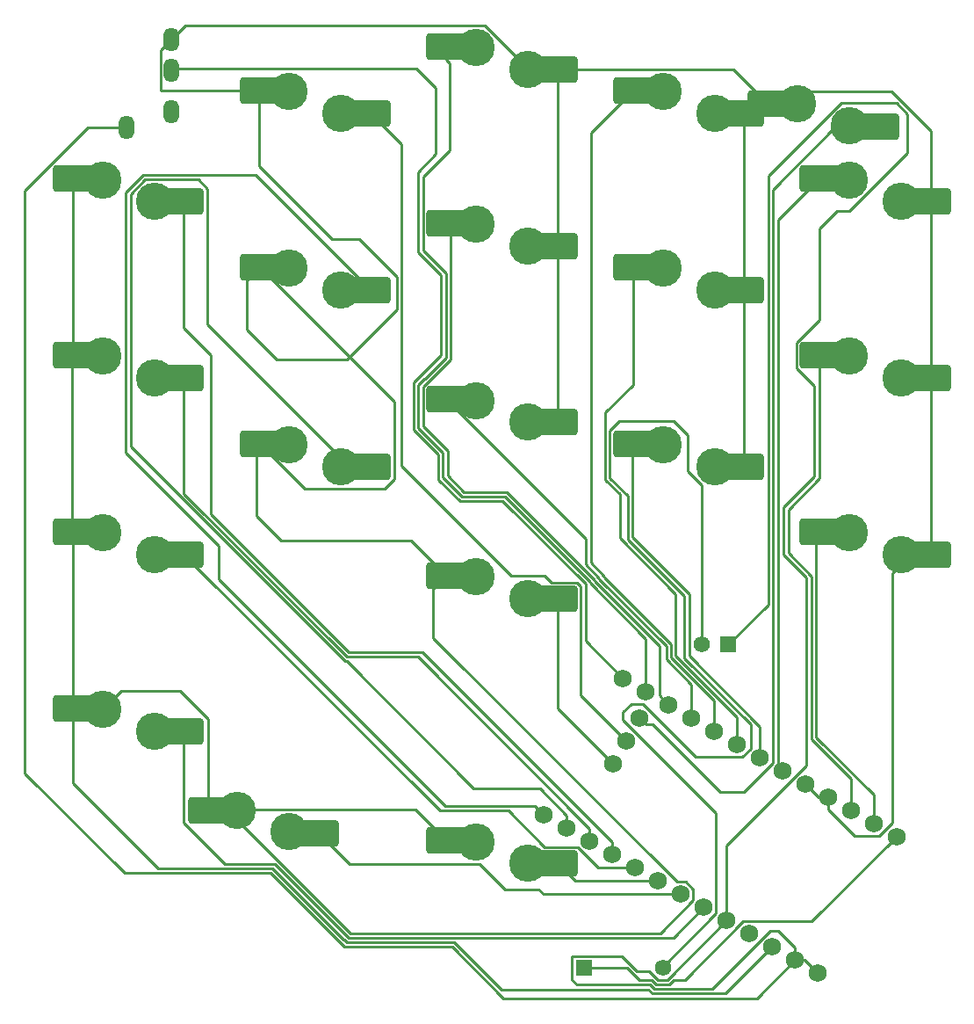
<source format=gbr>
%TF.GenerationSoftware,KiCad,Pcbnew,7.0.9-7.0.9~ubuntu22.04.1*%
%TF.CreationDate,2025-04-09T21:42:00+03:00*%
%TF.ProjectId,Keeb,4b656562-2e6b-4696-9361-645f70636258,rev?*%
%TF.SameCoordinates,Original*%
%TF.FileFunction,Copper,L2,Bot*%
%TF.FilePolarity,Positive*%
%FSLAX46Y46*%
G04 Gerber Fmt 4.6, Leading zero omitted, Abs format (unit mm)*
G04 Created by KiCad (PCBNEW 7.0.9-7.0.9~ubuntu22.04.1) date 2025-04-09 21:42:00*
%MOMM*%
%LPD*%
G01*
G04 APERTURE LIST*
G04 Aperture macros list*
%AMRoundRect*
0 Rectangle with rounded corners*
0 $1 Rounding radius*
0 $2 $3 $4 $5 $6 $7 $8 $9 X,Y pos of 4 corners*
0 Add a 4 corners polygon primitive as box body*
4,1,4,$2,$3,$4,$5,$6,$7,$8,$9,$2,$3,0*
0 Add four circle primitives for the rounded corners*
1,1,$1+$1,$2,$3*
1,1,$1+$1,$4,$5*
1,1,$1+$1,$6,$7*
1,1,$1+$1,$8,$9*
0 Add four rect primitives between the rounded corners*
20,1,$1+$1,$2,$3,$4,$5,0*
20,1,$1+$1,$4,$5,$6,$7,0*
20,1,$1+$1,$6,$7,$8,$9,0*
20,1,$1+$1,$8,$9,$2,$3,0*%
G04 Aperture macros list end*
%TA.AperFunction,ComponentPad*%
%ADD10C,1.752600*%
%TD*%
%TA.AperFunction,SMDPad,CuDef*%
%ADD11RoundRect,0.250000X-1.675000X-1.000000X1.675000X-1.000000X1.675000X1.000000X-1.675000X1.000000X0*%
%TD*%
%TA.AperFunction,ComponentPad*%
%ADD12C,3.600000*%
%TD*%
%TA.AperFunction,SMDPad,CuDef*%
%ADD13RoundRect,0.250000X1.675000X1.000000X-1.675000X1.000000X-1.675000X-1.000000X1.675000X-1.000000X0*%
%TD*%
%TA.AperFunction,ComponentPad*%
%ADD14O,1.500000X2.300000*%
%TD*%
%TA.AperFunction,ComponentPad*%
%ADD15R,1.580000X1.580000*%
%TD*%
%TA.AperFunction,ComponentPad*%
%ADD16C,1.580000*%
%TD*%
%TA.AperFunction,ComponentPad*%
%ADD17R,1.575000X1.575000*%
%TD*%
%TA.AperFunction,ComponentPad*%
%ADD18C,1.575000*%
%TD*%
%TA.AperFunction,Conductor*%
%ADD19C,0.250000*%
%TD*%
G04 APERTURE END LIST*
D10*
%TO.P,U3,1,TX0/P0.06*%
%TO.N,1*%
X188598375Y-112388830D03*
%TO.P,U3,2,RX1/P0.08*%
%TO.N,2*%
X186398670Y-111118830D03*
%TO.P,U3,3,GND*%
%TO.N,GND*%
X184198966Y-109848830D03*
%TO.P,U3,4,GND*%
X181999261Y-108578830D03*
%TO.P,U3,5,P0.17*%
%TO.N,3*%
X179799557Y-107308830D03*
%TO.P,U3,6,P0.20*%
%TO.N,4*%
X177599852Y-106038830D03*
%TO.P,U3,7,P0.22*%
%TO.N,5*%
X175400148Y-104768830D03*
%TO.P,U3,8,P0.24*%
%TO.N,6*%
X173200443Y-103498830D03*
%TO.P,U3,9,P1.00*%
%TO.N,7*%
X171000739Y-102228830D03*
%TO.P,U3,10,P0.11*%
%TO.N,8*%
X168801034Y-100958830D03*
%TO.P,U3,11,P1.04*%
%TO.N,9*%
X166601330Y-99688830D03*
%TO.P,U3,12,P1.06*%
%TO.N,10*%
X164401625Y-98418830D03*
%TO.P,U3,13,NFC1/P0.09*%
%TO.N,14*%
X156781625Y-111617058D03*
%TO.P,U3,14,NFC2/P0.10*%
%TO.N,15*%
X158981330Y-112887058D03*
%TO.P,U3,15,P1.11*%
%TO.N,16*%
X161181034Y-114157058D03*
%TO.P,U3,16,P1.13*%
%TO.N,17*%
X163380739Y-115427058D03*
%TO.P,U3,17,P1.15*%
%TO.N,18*%
X165580443Y-116697058D03*
%TO.P,U3,18,AIN0/P0.02*%
%TO.N,19*%
X167780148Y-117967058D03*
%TO.P,U3,19,AIN5/P0.29*%
%TO.N,20*%
X169979852Y-119237058D03*
%TO.P,U3,20,AIN7/P0.31*%
%TO.N,21*%
X172179557Y-120507058D03*
%TO.P,U3,21,VCC*%
%TO.N,3v3*%
X174379261Y-121777058D03*
%TO.P,U3,22,RST*%
%TO.N,RST*%
X176578966Y-123047058D03*
%TO.P,U3,23,GND*%
%TO.N,GND*%
X178778670Y-124317058D03*
%TO.P,U3,24,BATIN/P0.04*%
%TO.N,3v3*%
X180978375Y-125587058D03*
%TO.P,U3,25,B+*%
X183178079Y-126857058D03*
%TO.P,U3,26,B-*%
%TO.N,B-*%
X190798079Y-113658830D03*
%TO.P,U3,31,P1.01*%
%TO.N,11*%
X165991241Y-102269535D03*
%TO.P,U3,32,P1.02*%
%TO.N,12*%
X164721241Y-104469239D03*
%TO.P,U3,33,P1.07*%
%TO.N,13*%
X163451241Y-106668944D03*
%TD*%
D11*
%TO.P,SW3,1*%
%TO.N,3*%
X183375000Y-50317944D03*
D12*
X186225000Y-50417944D03*
%TO.P,SW3,2*%
%TO.N,GND*%
X191225000Y-52517944D03*
D11*
X194075000Y-52517944D03*
%TD*%
%TO.P,SW4,1*%
%TO.N,2*%
X183375000Y-67317944D03*
D12*
X186225000Y-67417944D03*
%TO.P,SW4,2*%
%TO.N,GND*%
X191225000Y-69517944D03*
D11*
X194075000Y-69517944D03*
%TD*%
%TO.P,SW5,1*%
%TO.N,1*%
X183375000Y-84317944D03*
D12*
X186225000Y-84417944D03*
%TO.P,SW5,2*%
%TO.N,GND*%
X191225000Y-86517944D03*
D11*
X194075000Y-86517944D03*
%TD*%
%TO.P,SW6,1*%
%TO.N,6*%
X165375000Y-41817944D03*
D12*
X168225000Y-41917944D03*
%TO.P,SW6,2*%
%TO.N,GND*%
X173225000Y-44017944D03*
D11*
X176075000Y-44017944D03*
%TD*%
%TO.P,SW7,1*%
%TO.N,5*%
X165375000Y-58817944D03*
D12*
X168225000Y-58917944D03*
%TO.P,SW7,2*%
%TO.N,GND*%
X173225000Y-61017944D03*
D11*
X176075000Y-61017944D03*
%TD*%
%TO.P,SW8,1*%
%TO.N,4*%
X165375000Y-75817944D03*
D12*
X168225000Y-75917944D03*
%TO.P,SW8,2*%
%TO.N,GND*%
X173225000Y-78017944D03*
D11*
X176075000Y-78017944D03*
%TD*%
%TO.P,SW9,1*%
%TO.N,9*%
X147375000Y-37567944D03*
D12*
X150225000Y-37667944D03*
%TO.P,SW9,2*%
%TO.N,GND*%
X155225000Y-39767944D03*
D11*
X158075000Y-39767944D03*
%TD*%
%TO.P,SW10,1*%
%TO.N,8*%
X147375000Y-54567944D03*
D12*
X150225000Y-54667944D03*
%TO.P,SW10,2*%
%TO.N,GND*%
X155225000Y-56767944D03*
D11*
X158075000Y-56767944D03*
%TD*%
%TO.P,SW11,1*%
%TO.N,7*%
X147375000Y-71567944D03*
D12*
X150225000Y-71667944D03*
%TO.P,SW11,2*%
%TO.N,GND*%
X155225000Y-73767944D03*
D11*
X158075000Y-73767944D03*
%TD*%
%TO.P,SW13,1*%
%TO.N,GND*%
X129375000Y-41817944D03*
D12*
X132225000Y-41917944D03*
%TO.P,SW13,2*%
%TO.N,12*%
X137225000Y-44017944D03*
D11*
X140075000Y-44017944D03*
%TD*%
%TO.P,SW14,1*%
%TO.N,GND*%
X129375000Y-58817944D03*
D12*
X132225000Y-58917944D03*
%TO.P,SW14,2*%
%TO.N,14*%
X137225000Y-61017944D03*
D11*
X140075000Y-61017944D03*
%TD*%
%TO.P,SW15,1*%
%TO.N,GND*%
X129375000Y-75817944D03*
D12*
X132225000Y-75917944D03*
%TO.P,SW15,2*%
%TO.N,15*%
X137225000Y-78017944D03*
D11*
X140075000Y-78017944D03*
%TD*%
D13*
%TO.P,SW16,1*%
%TO.N,20*%
X135075000Y-113317944D03*
D12*
X132225000Y-113217944D03*
%TO.P,SW16,2*%
%TO.N,GND*%
X127225000Y-111117944D03*
D13*
X124375000Y-111117944D03*
%TD*%
D11*
%TO.P,SW17,1*%
%TO.N,GND*%
X111375000Y-50317944D03*
D12*
X114225000Y-50417944D03*
%TO.P,SW17,2*%
%TO.N,17*%
X119225000Y-52517944D03*
D11*
X122075000Y-52517944D03*
%TD*%
%TO.P,SW18,1*%
%TO.N,GND*%
X111375000Y-67317944D03*
D12*
X114225000Y-67417944D03*
%TO.P,SW18,2*%
%TO.N,16*%
X119225000Y-69517944D03*
D11*
X122075000Y-69517944D03*
%TD*%
%TO.P,SW19,1*%
%TO.N,GND*%
X111375000Y-84317944D03*
D12*
X114225000Y-84417944D03*
%TO.P,SW19,2*%
%TO.N,18*%
X119225000Y-86517944D03*
D11*
X122075000Y-86517944D03*
%TD*%
%TO.P,SW20,1*%
%TO.N,GND*%
X111375000Y-101317944D03*
D12*
X114225000Y-101417944D03*
%TO.P,SW20,2*%
%TO.N,21*%
X119225000Y-103517944D03*
D11*
X122075000Y-103517944D03*
%TD*%
D13*
%TO.P,SW2,1*%
%TO.N,11*%
X189075000Y-45317944D03*
D12*
X186225000Y-45217944D03*
%TO.P,SW2,2*%
%TO.N,GND*%
X181225000Y-43117944D03*
D13*
X178375000Y-43117944D03*
%TD*%
D11*
%TO.P,SW1,1*%
%TO.N,GND*%
X147375000Y-114067944D03*
D12*
X150225000Y-114167944D03*
%TO.P,SW1,2*%
%TO.N,19*%
X155225000Y-116267944D03*
D11*
X158075000Y-116267944D03*
%TD*%
D14*
%TO.P,J3,1,A*%
%TO.N,3v3*%
X116575000Y-45367944D03*
%TO.P,J3,2,B*%
%TO.N,GND*%
X120875000Y-36867944D03*
%TO.P,J3,3,C*%
%TO.N,10*%
X120875000Y-39867944D03*
%TO.P,J3,4,D*%
%TO.N,unconnected-(J3-D-Pad4)*%
X120875000Y-43867944D03*
%TD*%
D11*
%TO.P,SW12,1*%
%TO.N,GND*%
X147375000Y-88567944D03*
D12*
X150225000Y-88667944D03*
%TO.P,SW12,2*%
%TO.N,13*%
X155225000Y-90767944D03*
D11*
X158075000Y-90767944D03*
%TD*%
D15*
%TO.P,S1,1A*%
%TO.N,B-*%
X160615000Y-126337944D03*
D16*
%TO.P,S1,1B*%
%TO.N,Net-(J2-Pad2)*%
X168235000Y-126337944D03*
%TD*%
D17*
%TO.P,J2,1,1*%
%TO.N,3v3*%
X174525000Y-95167944D03*
D18*
%TO.P,J2,2,2*%
%TO.N,Net-(J2-Pad2)*%
X172025000Y-95167944D03*
%TD*%
D19*
%TO.N,Net-(J2-Pad2)*%
X176705000Y-102844340D02*
X176705000Y-105234787D01*
X170325000Y-96464340D02*
X176705000Y-102844340D01*
X164875000Y-85047054D02*
X170325000Y-90497054D01*
X163125000Y-74572844D02*
X163125000Y-79117944D01*
X164875000Y-80867944D02*
X164875000Y-85047054D01*
X168235000Y-126207944D02*
X168235000Y-126337944D01*
X164059900Y-73637944D02*
X163125000Y-74572844D01*
X169295000Y-73637944D02*
X164059900Y-73637944D01*
X163125000Y-79117944D02*
X164875000Y-80867944D01*
X170645000Y-78443148D02*
X170645000Y-74987944D01*
X167192541Y-101771940D02*
X166298545Y-100877944D01*
X170645000Y-74987944D02*
X169295000Y-73637944D01*
X165205000Y-100877944D02*
X164375000Y-101707944D01*
X164375000Y-101707944D02*
X164375000Y-102415066D01*
X172025000Y-79823148D02*
X170645000Y-78443148D01*
X164375000Y-102415066D02*
X173380857Y-111420923D01*
X170325000Y-90497054D02*
X170325000Y-96464340D01*
X172025000Y-95167944D02*
X172025000Y-79823148D01*
X176705000Y-105234787D02*
X175921843Y-106017944D01*
X175921843Y-106017944D02*
X171415000Y-106017944D01*
X171415000Y-106017944D02*
X167192541Y-101795485D01*
X167192541Y-101795485D02*
X167192541Y-101771940D01*
X166298545Y-100877944D02*
X165205000Y-100877944D01*
X173380857Y-111420923D02*
X173380857Y-121062087D01*
X173380857Y-121062087D02*
X168235000Y-126207944D01*
%TO.N,13*%
X163451241Y-106668944D02*
X158075000Y-101292703D01*
X158075000Y-101292703D02*
X158075000Y-90767944D01*
%TO.N,12*%
X164721241Y-104469239D02*
X160325000Y-100072998D01*
X160325000Y-100072998D02*
X160325000Y-89522844D01*
X159995100Y-89192944D02*
X157473604Y-89192944D01*
X143045000Y-46987944D02*
X140075000Y-44017944D01*
X160325000Y-89522844D02*
X159995100Y-89192944D01*
X157473604Y-89192944D02*
X156848604Y-88567944D01*
X156848604Y-88567944D02*
X153635000Y-88567944D01*
X153635000Y-88567944D02*
X143045000Y-77977944D01*
X143045000Y-77977944D02*
X143045000Y-46987944D01*
%TO.N,11*%
X189075000Y-45317944D02*
X184879900Y-45317944D01*
X166619650Y-102897944D02*
X165991241Y-102269535D01*
X184879900Y-45317944D02*
X178835000Y-51362844D01*
X178835000Y-51362844D02*
X178835000Y-106574492D01*
X178835000Y-106574492D02*
X176031548Y-109377944D01*
X176031548Y-109377944D02*
X173750443Y-109377944D01*
X173750443Y-109377944D02*
X167270443Y-102897944D01*
X167270443Y-102897944D02*
X166619650Y-102897944D01*
%TO.N,9*%
X161225000Y-89150052D02*
X161225000Y-89247132D01*
X144675000Y-70136448D02*
X144675000Y-74304340D01*
X152992892Y-80917944D02*
X161225000Y-89150052D01*
X145268504Y-69542944D02*
X144675000Y-70136448D01*
X145125000Y-50117944D02*
X145125000Y-57231548D01*
X144675000Y-74304340D02*
X147055000Y-76684340D01*
X147715000Y-47527944D02*
X145125000Y-50117944D01*
X147715000Y-39157944D02*
X147715000Y-47527944D01*
X147055000Y-76684340D02*
X147055000Y-79104340D01*
X145286396Y-69542944D02*
X145268504Y-69542944D01*
X147315000Y-59421548D02*
X147315000Y-67514340D01*
X145125000Y-57231548D02*
X147315000Y-59421548D01*
X147055000Y-79104340D02*
X148868604Y-80917944D01*
X166601330Y-94623462D02*
X166601330Y-99688830D01*
X147315000Y-67514340D02*
X145286396Y-69542944D01*
X148868604Y-80917944D02*
X152992892Y-80917944D01*
X161225000Y-89247132D02*
X166601330Y-94623462D01*
X147375000Y-37567944D02*
X147375000Y-38817944D01*
X147375000Y-38817944D02*
X147715000Y-39157944D01*
%TO.N,10*%
X144605000Y-49667944D02*
X146355000Y-47917944D01*
X144605000Y-57347944D02*
X144605000Y-49667944D01*
X148682208Y-81367944D02*
X146605000Y-79290736D01*
X144225000Y-69950052D02*
X145082108Y-69092944D01*
X152806496Y-81367944D02*
X148682208Y-81367944D01*
X145100000Y-69092944D02*
X146865000Y-67327944D01*
X164401625Y-98418830D02*
X160775000Y-94792205D01*
X146355000Y-47917944D02*
X146355000Y-41587944D01*
X121045000Y-39697944D02*
X120875000Y-39867944D01*
X146605000Y-79290736D02*
X146605000Y-76870736D01*
X144465000Y-39697944D02*
X121045000Y-39697944D01*
X146605000Y-76870736D02*
X144225000Y-74490736D01*
X146865000Y-59607944D02*
X144605000Y-57347944D01*
X145082108Y-69092944D02*
X145100000Y-69092944D01*
X146355000Y-41587944D02*
X144465000Y-39697944D01*
X160775000Y-89336448D02*
X152806496Y-81367944D01*
X146865000Y-67327944D02*
X146865000Y-59607944D01*
X160775000Y-94792205D02*
X160775000Y-89336448D01*
X144225000Y-74490736D02*
X144225000Y-69950052D01*
%TO.N,16*%
X161181034Y-112917783D02*
X144606195Y-96342944D01*
X122075000Y-80654340D02*
X122075000Y-69517944D01*
X161181034Y-114157058D02*
X161181034Y-112917783D01*
X137763604Y-96342944D02*
X122075000Y-80654340D01*
X144606195Y-96342944D02*
X137763604Y-96342944D01*
%TO.N,17*%
X124705000Y-82647944D02*
X137950000Y-95892944D01*
X163380739Y-114187783D02*
X163380739Y-115427058D01*
X137950000Y-95892944D02*
X145085900Y-95892944D01*
X122075000Y-52517944D02*
X122075000Y-64657944D01*
X145085900Y-95892944D02*
X163380739Y-114187783D01*
X122075000Y-64657944D02*
X124705000Y-67287944D01*
X124705000Y-67287944D02*
X124705000Y-82647944D01*
%TO.N,18*%
X122075000Y-86517944D02*
X146747814Y-111190758D01*
X162022139Y-116697058D02*
X165580443Y-116697058D01*
X156833604Y-114692944D02*
X160018025Y-114692944D01*
X153331418Y-111190758D02*
X156833604Y-114692944D01*
X160018025Y-114692944D02*
X162022139Y-116697058D01*
X146747814Y-111190758D02*
X153331418Y-111190758D01*
%TO.N,19*%
X159774114Y-117967058D02*
X167780148Y-117967058D01*
X158075000Y-116267944D02*
X159774114Y-117967058D01*
%TO.N,20*%
X150566219Y-116307944D02*
X138065000Y-116307944D01*
X156273833Y-118742944D02*
X153001219Y-118742944D01*
X156767947Y-119237058D02*
X156273833Y-118742944D01*
X153001219Y-118742944D02*
X150566219Y-116307944D01*
X138065000Y-116307944D02*
X135075000Y-113317944D01*
X169979852Y-119237058D02*
X156767947Y-119237058D01*
%TO.N,21*%
X130843604Y-116297944D02*
X137963604Y-123417944D01*
X122075000Y-103517944D02*
X122075000Y-112313044D01*
X126059900Y-116297944D02*
X130843604Y-116297944D01*
X137963604Y-123417944D02*
X169268671Y-123417944D01*
X122075000Y-112313044D02*
X126059900Y-116297944D01*
X169268671Y-123417944D02*
X172179557Y-120507058D01*
%TO.N,GND*%
X122200000Y-35542944D02*
X151105204Y-35542944D01*
X119853858Y-41817944D02*
X119800000Y-41764086D01*
X136335000Y-56117944D02*
X129295000Y-49077944D01*
X194075000Y-69517944D02*
X194075000Y-86517944D01*
X174292784Y-128802944D02*
X167213963Y-128802944D01*
X147375000Y-114067944D02*
X144400000Y-111092944D01*
X176075000Y-44017944D02*
X176075000Y-61017944D01*
X121670100Y-99617944D02*
X116025000Y-99617944D01*
X178375000Y-43117944D02*
X176975000Y-43117944D01*
X189078156Y-113607944D02*
X186718805Y-113607944D01*
X120875000Y-36867944D02*
X122200000Y-35542944D01*
X142595000Y-59777944D02*
X138935000Y-56117944D01*
X190348079Y-88319865D02*
X190348079Y-112338021D01*
X116025000Y-99617944D02*
X114225000Y-101417944D01*
X137777208Y-123867944D02*
X137502208Y-123592944D01*
X129375000Y-41817944D02*
X119853858Y-41817944D01*
X169582814Y-118035758D02*
X170477447Y-118035758D01*
X171181152Y-118739463D02*
X171181152Y-119806568D01*
X119800000Y-41764086D02*
X119800000Y-37942944D01*
X176075000Y-61017944D02*
X176075000Y-78017944D01*
X186718805Y-113607944D02*
X184198966Y-111088105D01*
X175025000Y-39767944D02*
X178375000Y-43117944D01*
X151105204Y-35542944D02*
X155330204Y-39767944D01*
X129375000Y-75817944D02*
X133700000Y-80142944D01*
X131453781Y-85147944D02*
X143955000Y-85147944D01*
X192150000Y-86517944D02*
X190348079Y-88319865D01*
X131023781Y-67717944D02*
X137785000Y-67717944D01*
X167213963Y-128802944D02*
X166818963Y-128407944D01*
X142595000Y-62907944D02*
X142595000Y-59777944D01*
X111375000Y-108569163D02*
X111375000Y-101317944D01*
X138935000Y-56117944D02*
X136335000Y-56117944D01*
X158075000Y-39767944D02*
X158075000Y-56767944D01*
X128125000Y-60067944D02*
X128125000Y-64819163D01*
X142325000Y-79263044D02*
X142325000Y-71767944D01*
X129375000Y-75817944D02*
X129105000Y-76087944D01*
X171181152Y-119806568D02*
X168019776Y-122967944D01*
X141445100Y-80142944D02*
X142325000Y-79263044D01*
X146125000Y-94577944D02*
X169582814Y-118035758D01*
X170477447Y-118035758D02*
X171181152Y-118739463D01*
X178375000Y-43117944D02*
X179625000Y-41867944D01*
X146125000Y-89817944D02*
X146125000Y-94577944D01*
X190348079Y-112338021D02*
X189078156Y-113607944D01*
X130581396Y-116747944D02*
X119553781Y-116747944D01*
X194075000Y-52517944D02*
X194075000Y-69517944D01*
X181999261Y-108578830D02*
X183269261Y-109848830D01*
X111325000Y-67367944D02*
X111325000Y-84267944D01*
X190261396Y-41867944D02*
X194075000Y-45681548D01*
X179625000Y-41867944D02*
X190261396Y-41867944D01*
X152682208Y-128407944D02*
X148142208Y-123867944D01*
X133700000Y-80142944D02*
X141445100Y-80142944D01*
X194075000Y-86517944D02*
X192150000Y-86517944D01*
X147375000Y-88567944D02*
X146125000Y-89817944D01*
X129295000Y-49077944D02*
X129295000Y-41897944D01*
X119800000Y-37942944D02*
X120875000Y-36867944D01*
X176975000Y-43117944D02*
X176075000Y-44017944D01*
X124375000Y-102322844D02*
X121670100Y-99617944D01*
X111375000Y-101317944D02*
X111375000Y-84317944D01*
X158075000Y-39767944D02*
X175025000Y-39767944D01*
X155330204Y-39767944D02*
X158075000Y-39767944D01*
X143955000Y-85147944D02*
X147375000Y-88567944D01*
X129105000Y-76087944D02*
X129105000Y-82799163D01*
X184198966Y-111088105D02*
X184198966Y-109848830D01*
X168019776Y-122967944D02*
X138150000Y-122967944D01*
X127250000Y-111092944D02*
X127225000Y-111117944D01*
X129295000Y-41897944D02*
X129375000Y-41817944D01*
X144400000Y-111092944D02*
X127250000Y-111092944D01*
X137426396Y-123592944D02*
X130581396Y-116747944D01*
X129105000Y-82799163D02*
X131453781Y-85147944D01*
X119553781Y-116747944D02*
X111375000Y-108569163D01*
X129375000Y-58817944D02*
X128125000Y-60067944D01*
X128125000Y-64819163D02*
X131023781Y-67717944D01*
X194075000Y-45681548D02*
X194075000Y-52517944D01*
X126300000Y-111117944D02*
X124375000Y-111117944D01*
X124375000Y-111117944D02*
X124375000Y-102322844D01*
X183269261Y-109848830D02*
X184198966Y-109848830D01*
X148142208Y-123867944D02*
X137777208Y-123867944D01*
X166818963Y-128407944D02*
X152682208Y-128407944D01*
X111375000Y-67317944D02*
X111325000Y-67367944D01*
X158075000Y-73767944D02*
X158075000Y-56767944D01*
X111325000Y-84267944D02*
X111375000Y-84317944D01*
X137502208Y-123592944D02*
X137426396Y-123592944D01*
X142325000Y-71767944D02*
X129375000Y-58817944D01*
X111375000Y-50317944D02*
X111375000Y-67317944D01*
X137785000Y-67717944D02*
X142595000Y-62907944D01*
X138150000Y-122967944D02*
X126300000Y-111117944D01*
X178778670Y-124317058D02*
X174292784Y-128802944D01*
%TO.N,3v3*%
X190775000Y-43017944D02*
X185419796Y-43017944D01*
X181908079Y-125587058D02*
X180978375Y-125587058D01*
X168696849Y-127452944D02*
X174372735Y-121777058D01*
X179885000Y-82106042D02*
X179885000Y-81981548D01*
X165772208Y-127957944D02*
X165732208Y-127917944D01*
X179885000Y-81981548D02*
X182850000Y-79016548D01*
X183178079Y-126857058D02*
X181908079Y-125587058D01*
X166948151Y-126627944D02*
X167773151Y-127452944D01*
X174379261Y-114499935D02*
X182050000Y-106829196D01*
X159500000Y-127452944D02*
X159500000Y-125222944D01*
X191835000Y-44077944D02*
X190775000Y-43017944D01*
X185023781Y-53417944D02*
X186230204Y-53417944D01*
X180978375Y-124347783D02*
X179383270Y-122752678D01*
X167400359Y-128352944D02*
X167005359Y-127957944D01*
X182050000Y-106829196D02*
X182050000Y-88729340D01*
X182850000Y-70288044D02*
X181125000Y-68563044D01*
X178572241Y-122752678D02*
X172971975Y-128352944D01*
X165732208Y-127917944D02*
X159965000Y-127917944D01*
X174379261Y-121777058D02*
X174379261Y-114499935D01*
X174372735Y-121777058D02*
X174379261Y-121777058D01*
X181125000Y-66072844D02*
X183325000Y-63872844D01*
X152890812Y-129252944D02*
X177312489Y-129252944D01*
X116575000Y-45367944D02*
X112829900Y-45367944D01*
X182850000Y-79016548D02*
X182850000Y-70288044D01*
X112829900Y-45367944D02*
X106705000Y-51492844D01*
X179870951Y-86550291D02*
X179870951Y-82120091D01*
X186230204Y-53417944D02*
X191835000Y-47813148D01*
X130395000Y-117197944D02*
X137515000Y-124317944D01*
X183325000Y-55116725D02*
X185023781Y-53417944D01*
X183325000Y-63872844D02*
X183325000Y-55116725D01*
X167773151Y-127452944D02*
X168696849Y-127452944D01*
X177312489Y-129252944D02*
X180978375Y-125587058D01*
X181125000Y-68563044D02*
X181125000Y-66072844D01*
X159965000Y-127917944D02*
X159500000Y-127452944D01*
X172971975Y-128352944D02*
X167400359Y-128352944D01*
X185419796Y-43017944D02*
X178385000Y-50052740D01*
X165715000Y-126627944D02*
X166948151Y-126627944D01*
X178385000Y-91307944D02*
X174525000Y-95167944D01*
X191835000Y-47813148D02*
X191835000Y-44077944D01*
X167005359Y-127957944D02*
X165772208Y-127957944D01*
X106705000Y-51492844D02*
X106705000Y-107557944D01*
X179870951Y-82120091D02*
X179885000Y-82106042D01*
X137515000Y-124317944D02*
X147955812Y-124317944D01*
X179383270Y-122752678D02*
X178572241Y-122752678D01*
X164310000Y-125222944D02*
X165715000Y-126627944D01*
X182050000Y-88729340D02*
X179870951Y-86550291D01*
X178385000Y-50052740D02*
X178385000Y-91307944D01*
X180978375Y-125587058D02*
X180978375Y-124347783D01*
X106705000Y-107557944D02*
X116345000Y-117197944D01*
X116345000Y-117197944D02*
X130395000Y-117197944D01*
X147955812Y-124317944D02*
X152890812Y-129252944D01*
X159500000Y-125222944D02*
X164310000Y-125222944D01*
%TO.N,1*%
X183025000Y-84667944D02*
X183375000Y-84317944D01*
X188598375Y-109661319D02*
X183025000Y-104087944D01*
X188598375Y-112388830D02*
X188598375Y-109661319D01*
X183025000Y-104087944D02*
X183025000Y-84667944D01*
%TO.N,3*%
X179400000Y-106909273D02*
X179400000Y-54292944D01*
X179400000Y-54292944D02*
X183375000Y-50317944D01*
X179799557Y-107308830D02*
X179400000Y-106909273D01*
%TO.N,4*%
X165325000Y-84860658D02*
X170775000Y-90310658D01*
X165325000Y-75867944D02*
X165325000Y-84860658D01*
X170775000Y-96277944D02*
X177599852Y-103102796D01*
X165375000Y-75817944D02*
X165325000Y-75867944D01*
X170775000Y-90310658D02*
X170775000Y-96277944D01*
X177599852Y-103102796D02*
X177599852Y-106038830D01*
%TO.N,6*%
X169025000Y-95137944D02*
X169025000Y-96437132D01*
X161285000Y-45907944D02*
X161285000Y-87300864D01*
X161285000Y-87300864D02*
X162575000Y-88590864D01*
X162575000Y-88687944D02*
X169025000Y-95137944D01*
X162575000Y-88590864D02*
X162575000Y-88687944D01*
X169025000Y-96437132D02*
X173200443Y-100612575D01*
X165375000Y-41817944D02*
X161285000Y-45907944D01*
X173200443Y-100612575D02*
X173200443Y-103498830D01*
%TO.N,7*%
X160835000Y-87487260D02*
X162125000Y-88777260D01*
X162125000Y-88777260D02*
X162125000Y-88874340D01*
X168575000Y-95324340D02*
X168575000Y-96623528D01*
X168575000Y-96623528D02*
X171000739Y-99049267D01*
X162125000Y-88874340D02*
X168575000Y-95324340D01*
X171000739Y-99049267D02*
X171000739Y-102228830D01*
X160835000Y-85027944D02*
X160835000Y-87487260D01*
X147375000Y-71567944D02*
X160835000Y-85027944D01*
%TO.N,8*%
X147505000Y-78917944D02*
X147505000Y-76497944D01*
X168801034Y-100958830D02*
X167924734Y-100082530D01*
X145472792Y-69992944D02*
X147765000Y-67700736D01*
X161675000Y-89060736D02*
X161675000Y-88963656D01*
X153179288Y-80467944D02*
X149055000Y-80467944D01*
X167924734Y-100082530D02*
X167924734Y-95310470D01*
X145125000Y-74117944D02*
X145125000Y-70322844D01*
X167924734Y-95310470D02*
X161675000Y-89060736D01*
X147765000Y-67700736D02*
X147765000Y-54957944D01*
X145454900Y-69992944D02*
X145472792Y-69992944D01*
X147765000Y-54957944D02*
X147375000Y-54567944D01*
X161675000Y-88963656D02*
X153179288Y-80467944D01*
X145125000Y-70322844D02*
X145454900Y-69992944D01*
X147505000Y-76497944D02*
X145125000Y-74117944D01*
X149055000Y-80467944D02*
X147505000Y-78917944D01*
%TO.N,2*%
X183375000Y-79127944D02*
X180335000Y-82167944D01*
X182575000Y-88617944D02*
X182575000Y-104274340D01*
X182575000Y-104274340D02*
X186398670Y-108098010D01*
X180335000Y-86377944D02*
X182575000Y-88617944D01*
X183375000Y-67317944D02*
X183375000Y-79127944D01*
X186398670Y-108098010D02*
X186398670Y-111118830D01*
X180335000Y-82167944D02*
X180335000Y-86377944D01*
%TO.N,15*%
X138051167Y-78017944D02*
X124325000Y-64291777D01*
X156371776Y-109038229D02*
X158981330Y-111647783D01*
X118344796Y-50392944D02*
X116925000Y-51812740D01*
X140075000Y-78017944D02*
X138051167Y-78017944D01*
X124325000Y-51272844D02*
X123445100Y-50392944D01*
X150015285Y-109038229D02*
X156371776Y-109038229D01*
X123445100Y-50392944D02*
X118344796Y-50392944D01*
X137577208Y-96792944D02*
X137770000Y-96792944D01*
X158981330Y-111647783D02*
X158981330Y-112887058D01*
X124325000Y-64291777D02*
X124325000Y-51272844D01*
X137770000Y-96792944D02*
X150015285Y-109038229D01*
X116925000Y-76140736D02*
X137577208Y-96792944D01*
X116925000Y-51812740D02*
X116925000Y-76140736D01*
%TO.N,14*%
X118158400Y-49942944D02*
X129000000Y-49942944D01*
X125445000Y-88883044D02*
X125445000Y-85687944D01*
X116475000Y-51626344D02*
X118158400Y-49942944D01*
X116475000Y-76717944D02*
X116475000Y-51626344D01*
X155905325Y-110740758D02*
X147302714Y-110740758D01*
X147302714Y-110740758D02*
X125445000Y-88883044D01*
X129000000Y-49942944D02*
X140075000Y-61017944D01*
X156781625Y-111617058D02*
X155905325Y-110740758D01*
X125445000Y-85687944D02*
X116475000Y-76717944D01*
%TO.N,5*%
X162675000Y-79304340D02*
X162675000Y-72837944D01*
X162675000Y-72837944D02*
X165375000Y-70137944D01*
X169475000Y-90283450D02*
X164078604Y-84887054D01*
X175400148Y-104768830D02*
X175400148Y-102175884D01*
X169475000Y-96250736D02*
X169475000Y-90283450D01*
X165375000Y-70137944D02*
X165375000Y-58817944D01*
X164078604Y-84887054D02*
X164078604Y-80707944D01*
X164078604Y-80707944D02*
X162675000Y-79304340D01*
X175400148Y-102175884D02*
X169475000Y-96250736D01*
%TO.N,B-*%
X176010790Y-121845758D02*
X170388604Y-127467944D01*
X165958604Y-127507944D02*
X164788604Y-126337944D01*
X167191755Y-127507944D02*
X165958604Y-127507944D01*
X190798079Y-113658830D02*
X182611151Y-121845758D01*
X182611151Y-121845758D02*
X176010790Y-121845758D01*
X164788604Y-126337944D02*
X160615000Y-126337944D01*
X169318245Y-127467944D02*
X168883245Y-127902944D01*
X167586755Y-127902944D02*
X167191755Y-127507944D01*
X170388604Y-127467944D02*
X169318245Y-127467944D01*
X168883245Y-127902944D02*
X167586755Y-127902944D01*
%TD*%
M02*

</source>
